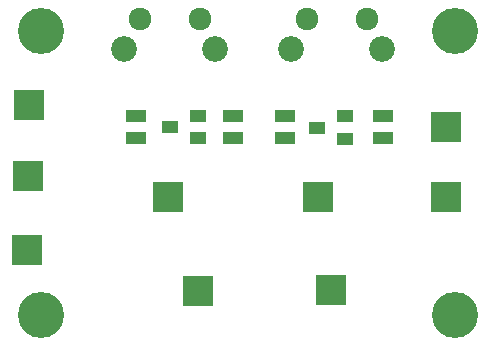
<source format=gts>
G04 #@! TF.FileFunction,Soldermask,Top*
%FSLAX46Y46*%
G04 Gerber Fmt 4.6, Leading zero omitted, Abs format (unit mm)*
G04 Created by KiCad (PCBNEW 4.0.1-stable) date 8/1/2017 2:14:50 AM*
%MOMM*%
G01*
G04 APERTURE LIST*
%ADD10C,0.100000*%
%ADD11C,3.900000*%
%ADD12R,1.400000X1.100000*%
%ADD13R,1.700000X1.100000*%
%ADD14C,1.924000*%
%ADD15C,2.178000*%
%ADD16R,2.635200X2.635200*%
G04 APERTURE END LIST*
D10*
D11*
X120000000Y-71000000D03*
X120000000Y-95000000D03*
X155000000Y-71000000D03*
X155000000Y-95000000D03*
D12*
X130886200Y-79112400D03*
X133286200Y-80062400D03*
X133286200Y-78162400D03*
X143306800Y-79163200D03*
X145706800Y-80113200D03*
X145706800Y-78213200D03*
D13*
X128016000Y-78137000D03*
X128016000Y-80037000D03*
X136194800Y-78162400D03*
X136194800Y-80062400D03*
X140639800Y-78162400D03*
X140639800Y-80062400D03*
X148894800Y-78162400D03*
X148894800Y-80062400D03*
D14*
X133400800Y-70000000D03*
X128320800Y-70000000D03*
D15*
X134710800Y-72540000D03*
X127010800Y-72540000D03*
D14*
X147540000Y-70000000D03*
X142460000Y-70000000D03*
D15*
X148850000Y-72540000D03*
X141150000Y-72540000D03*
D16*
X130700000Y-85000000D03*
X143470000Y-85000000D03*
X154280000Y-85000000D03*
X154280000Y-79130000D03*
X118920000Y-77280000D03*
X118890000Y-83290000D03*
X118810000Y-89490000D03*
X133270000Y-92980000D03*
X144510000Y-92930000D03*
M02*

</source>
